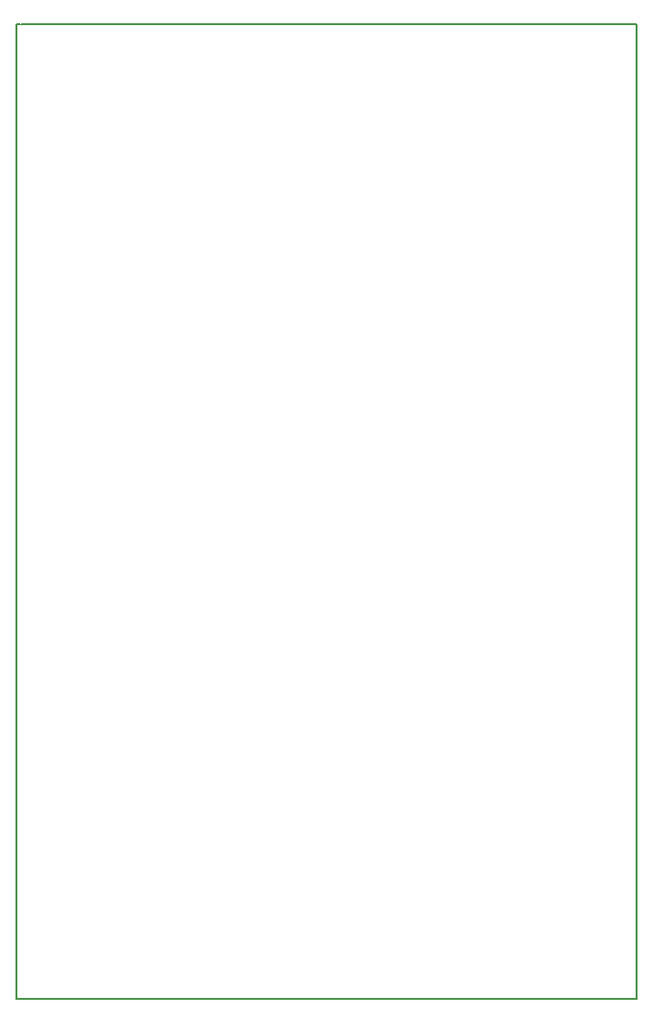
<source format=gm1>
G04 #@! TF.FileFunction,Profile,NP*
%FSLAX46Y46*%
G04 Gerber Fmt 4.6, Leading zero omitted, Abs format (unit mm)*
G04 Created by KiCad (PCBNEW 4.0.1-stable) date 3/14/2016 2:44:03 AM*
%MOMM*%
G01*
G04 APERTURE LIST*
%ADD10C,0.100000*%
%ADD11C,0.150000*%
G04 APERTURE END LIST*
D10*
D11*
X180441600Y-148386800D02*
X179755800Y-148386800D01*
X180441600Y-72644000D02*
X180441600Y-148386800D01*
X126085600Y-148386800D02*
X179781200Y-148386800D01*
X126085600Y-72237600D02*
X126085600Y-148386800D01*
X180441600Y-63093600D02*
X180441600Y-66319400D01*
X133096000Y-63093600D02*
X180441600Y-63093600D01*
X126085600Y-63093600D02*
X126466600Y-63093600D01*
X126085600Y-72237600D02*
X126085600Y-63093600D01*
X133096000Y-63093600D02*
X126492000Y-63093600D01*
X180441600Y-72644000D02*
X180441600Y-66268600D01*
M02*

</source>
